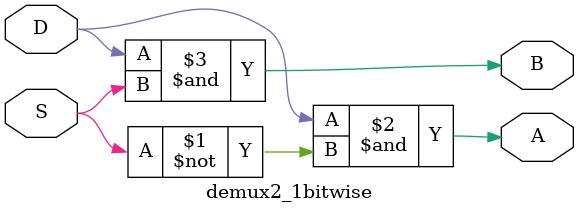
<source format=v>
`timescale 1ns / 1ps

module demux2_1bitwise(
output A,
output B,
input D,
input S
    );
 assign A=D&(~S);
 assign B=D&S;
endmodule

</source>
